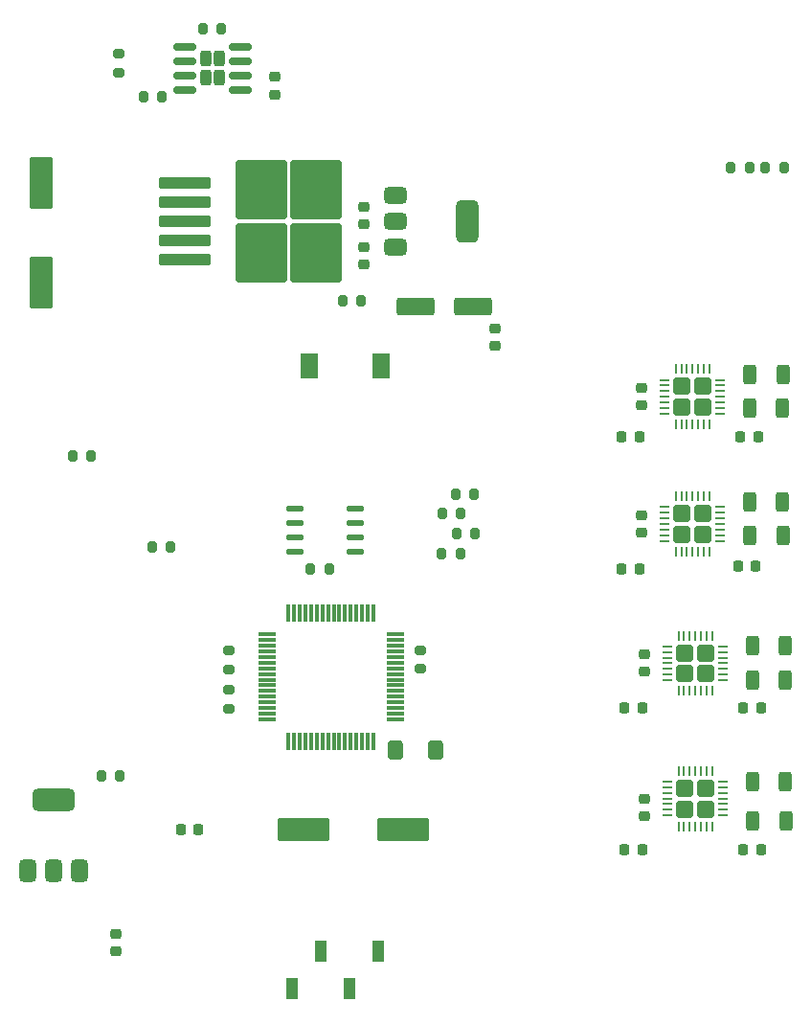
<source format=gbr>
%TF.GenerationSoftware,KiCad,Pcbnew,9.0.2*%
%TF.CreationDate,2025-12-04T18:58:38+01:00*%
%TF.ProjectId,TechStarter,54656368-5374-4617-9274-65722e6b6963,rev?*%
%TF.SameCoordinates,Original*%
%TF.FileFunction,Paste,Top*%
%TF.FilePolarity,Positive*%
%FSLAX46Y46*%
G04 Gerber Fmt 4.6, Leading zero omitted, Abs format (unit mm)*
G04 Created by KiCad (PCBNEW 9.0.2) date 2025-12-04 18:58:38*
%MOMM*%
%LPD*%
G01*
G04 APERTURE LIST*
G04 Aperture macros list*
%AMRoundRect*
0 Rectangle with rounded corners*
0 $1 Rounding radius*
0 $2 $3 $4 $5 $6 $7 $8 $9 X,Y pos of 4 corners*
0 Add a 4 corners polygon primitive as box body*
4,1,4,$2,$3,$4,$5,$6,$7,$8,$9,$2,$3,0*
0 Add four circle primitives for the rounded corners*
1,1,$1+$1,$2,$3*
1,1,$1+$1,$4,$5*
1,1,$1+$1,$6,$7*
1,1,$1+$1,$8,$9*
0 Add four rect primitives between the rounded corners*
20,1,$1+$1,$2,$3,$4,$5,0*
20,1,$1+$1,$4,$5,$6,$7,0*
20,1,$1+$1,$6,$7,$8,$9,0*
20,1,$1+$1,$8,$9,$2,$3,0*%
G04 Aperture macros list end*
%ADD10RoundRect,0.250000X-0.312500X-0.625000X0.312500X-0.625000X0.312500X0.625000X-0.312500X0.625000X0*%
%ADD11RoundRect,0.200000X-0.200000X-0.275000X0.200000X-0.275000X0.200000X0.275000X-0.200000X0.275000X0*%
%ADD12R,1.500000X2.200000*%
%ADD13RoundRect,0.225000X-0.225000X-0.250000X0.225000X-0.250000X0.225000X0.250000X-0.225000X0.250000X0*%
%ADD14RoundRect,0.225000X0.250000X-0.225000X0.250000X0.225000X-0.250000X0.225000X-0.250000X-0.225000X0*%
%ADD15RoundRect,0.375000X0.375000X-0.625000X0.375000X0.625000X-0.375000X0.625000X-0.375000X-0.625000X0*%
%ADD16RoundRect,0.500000X1.400000X-0.500000X1.400000X0.500000X-1.400000X0.500000X-1.400000X-0.500000X0*%
%ADD17RoundRect,0.137500X-0.612500X-0.137500X0.612500X-0.137500X0.612500X0.137500X-0.612500X0.137500X0*%
%ADD18RoundRect,0.250000X-0.255000X-0.440000X0.255000X-0.440000X0.255000X0.440000X-0.255000X0.440000X0*%
%ADD19RoundRect,0.150000X-0.825000X-0.150000X0.825000X-0.150000X0.825000X0.150000X-0.825000X0.150000X0*%
%ADD20RoundRect,0.250001X-0.799999X2.049999X-0.799999X-2.049999X0.799999X-2.049999X0.799999X2.049999X0*%
%ADD21RoundRect,0.200000X-0.275000X0.200000X-0.275000X-0.200000X0.275000X-0.200000X0.275000X0.200000X0*%
%ADD22RoundRect,0.250000X-0.495000X-0.495000X0.495000X-0.495000X0.495000X0.495000X-0.495000X0.495000X0*%
%ADD23RoundRect,0.062500X-0.337500X-0.062500X0.337500X-0.062500X0.337500X0.062500X-0.337500X0.062500X0*%
%ADD24RoundRect,0.062500X-0.062500X-0.337500X0.062500X-0.337500X0.062500X0.337500X-0.062500X0.337500X0*%
%ADD25RoundRect,0.250000X-2.025000X-2.375000X2.025000X-2.375000X2.025000X2.375000X-2.025000X2.375000X0*%
%ADD26RoundRect,0.250000X-2.050000X-0.300000X2.050000X-0.300000X2.050000X0.300000X-2.050000X0.300000X0*%
%ADD27R,1.000000X1.900000*%
%ADD28RoundRect,0.200000X0.275000X-0.200000X0.275000X0.200000X-0.275000X0.200000X-0.275000X-0.200000X0*%
%ADD29RoundRect,0.375000X-0.625000X-0.375000X0.625000X-0.375000X0.625000X0.375000X-0.625000X0.375000X0*%
%ADD30RoundRect,0.500000X-0.500000X-1.400000X0.500000X-1.400000X0.500000X1.400000X-0.500000X1.400000X0*%
%ADD31RoundRect,0.200000X0.200000X0.275000X-0.200000X0.275000X-0.200000X-0.275000X0.200000X-0.275000X0*%
%ADD32RoundRect,0.250001X2.049999X0.799999X-2.049999X0.799999X-2.049999X-0.799999X2.049999X-0.799999X0*%
%ADD33RoundRect,0.075000X-0.700000X-0.075000X0.700000X-0.075000X0.700000X0.075000X-0.700000X0.075000X0*%
%ADD34RoundRect,0.075000X-0.075000X-0.700000X0.075000X-0.700000X0.075000X0.700000X-0.075000X0.700000X0*%
%ADD35RoundRect,0.250000X-1.412500X-0.550000X1.412500X-0.550000X1.412500X0.550000X-1.412500X0.550000X0*%
%ADD36RoundRect,0.250000X0.400000X0.600000X-0.400000X0.600000X-0.400000X-0.600000X0.400000X-0.600000X0*%
%ADD37RoundRect,0.225000X-0.250000X0.225000X-0.250000X-0.225000X0.250000X-0.225000X0.250000X0.225000X0*%
G04 APERTURE END LIST*
D10*
%TO.C,R17*%
X248522500Y-76250000D03*
X251447500Y-76250000D03*
%TD*%
%TO.C,R16*%
X248560000Y-87500000D03*
X251485000Y-87500000D03*
%TD*%
D11*
%TO.C,R21*%
X195675000Y-88500000D03*
X197325000Y-88500000D03*
%TD*%
%TO.C,R19*%
X249925000Y-55000000D03*
X251575000Y-55000000D03*
%TD*%
D12*
%TO.C,L1*%
X209550000Y-72500000D03*
X215950000Y-72500000D03*
%TD*%
D13*
%TO.C,C11*%
X237460000Y-102750000D03*
X239010000Y-102750000D03*
%TD*%
D11*
%TO.C,R9*%
X221300000Y-89075000D03*
X222950000Y-89075000D03*
%TD*%
D14*
%TO.C,C15*%
X239235000Y-112300000D03*
X239235000Y-110750000D03*
%TD*%
D10*
%TO.C,R15*%
X248772500Y-97250000D03*
X251697500Y-97250000D03*
%TD*%
D15*
%TO.C,U11*%
X184700000Y-117150000D03*
X187000000Y-117150000D03*
D16*
X187000000Y-110850000D03*
D15*
X189300000Y-117150000D03*
%TD*%
D17*
%TO.C,U5*%
X208350000Y-85095000D03*
X208350000Y-86365000D03*
X208350000Y-87635000D03*
X208350000Y-88905000D03*
X213650000Y-88905000D03*
X213650000Y-87635000D03*
X213650000Y-86365000D03*
X213650000Y-85095000D03*
%TD*%
D18*
%TO.C,U12*%
X200450000Y-45375000D03*
X200450000Y-47025000D03*
X201650000Y-45375000D03*
X201650000Y-47025000D03*
D19*
X198575000Y-44295000D03*
X198575000Y-45565000D03*
X198575000Y-46835000D03*
X198575000Y-48105000D03*
X203525000Y-48105000D03*
X203525000Y-46835000D03*
X203525000Y-45565000D03*
X203525000Y-44295000D03*
%TD*%
D20*
%TO.C,C7*%
X185875000Y-56350000D03*
X185875000Y-65150000D03*
%TD*%
D13*
%TO.C,C2*%
X237210000Y-78750000D03*
X238760000Y-78750000D03*
%TD*%
D10*
%TO.C,R7*%
X248522500Y-84500000D03*
X251447500Y-84500000D03*
%TD*%
D11*
%TO.C,R6*%
X191175000Y-108750000D03*
X192825000Y-108750000D03*
%TD*%
D13*
%TO.C,C14*%
X247960000Y-102750000D03*
X249510000Y-102750000D03*
%TD*%
%TO.C,C16*%
X247960000Y-115250000D03*
X249510000Y-115250000D03*
%TD*%
D21*
%TO.C,R25*%
X192750000Y-44925000D03*
X192750000Y-46575000D03*
%TD*%
D22*
%TO.C,U8*%
X242810000Y-109825000D03*
X242810000Y-111675000D03*
X244660000Y-109825000D03*
X244660000Y-111675000D03*
D23*
X241285000Y-109250000D03*
X241285000Y-109750000D03*
X241285000Y-110250000D03*
X241285000Y-110750000D03*
X241285000Y-111250000D03*
X241285000Y-111750000D03*
X241285000Y-112250000D03*
D24*
X242235000Y-113200000D03*
X242735000Y-113200000D03*
X243235000Y-113200000D03*
X243735000Y-113200000D03*
X244235000Y-113200000D03*
X244735000Y-113200000D03*
X245235000Y-113200000D03*
D23*
X246185000Y-112250000D03*
X246185000Y-111750000D03*
X246185000Y-111250000D03*
X246185000Y-110750000D03*
X246185000Y-110250000D03*
X246185000Y-109750000D03*
X246185000Y-109250000D03*
D24*
X245235000Y-108300000D03*
X244735000Y-108300000D03*
X244235000Y-108300000D03*
X243735000Y-108300000D03*
X243235000Y-108300000D03*
X242735000Y-108300000D03*
X242235000Y-108300000D03*
%TD*%
D25*
%TO.C,U4*%
X205325000Y-56975000D03*
X205325000Y-62525000D03*
X210175000Y-56975000D03*
X210175000Y-62525000D03*
D26*
X198600000Y-56350000D03*
X198600000Y-58050000D03*
X198600000Y-59750000D03*
X198600000Y-61450000D03*
X198600000Y-63150000D03*
%TD*%
D10*
%TO.C,R8*%
X248560000Y-73250000D03*
X251485000Y-73250000D03*
%TD*%
D13*
%TO.C,C6*%
X247525000Y-90230000D03*
X249075000Y-90230000D03*
%TD*%
D27*
%TO.C,J12*%
X215690000Y-124275000D03*
X213150000Y-127575000D03*
X210610000Y-124275000D03*
X208070000Y-127575000D03*
%TD*%
D28*
%TO.C,R11*%
X202500000Y-102825000D03*
X202500000Y-101175000D03*
%TD*%
D29*
%TO.C,U7*%
X217225000Y-57450000D03*
X217225000Y-59750000D03*
D30*
X223525000Y-59750000D03*
D29*
X217225000Y-62050000D03*
%TD*%
D11*
%TO.C,R18*%
X246850000Y-55000000D03*
X248500000Y-55000000D03*
%TD*%
D31*
%TO.C,R13*%
X196575000Y-48750000D03*
X194925000Y-48750000D03*
%TD*%
D14*
%TO.C,C13*%
X239235000Y-99525000D03*
X239235000Y-97975000D03*
%TD*%
D28*
%TO.C,R2*%
X219450000Y-99300000D03*
X219450000Y-97650000D03*
%TD*%
D32*
%TO.C,C21*%
X217900000Y-113500000D03*
X209100000Y-113500000D03*
%TD*%
D11*
%TO.C,R1*%
X212550000Y-66750000D03*
X214200000Y-66750000D03*
%TD*%
%TO.C,R3*%
X221350000Y-85575000D03*
X223000000Y-85575000D03*
%TD*%
D13*
%TO.C,C5*%
X247710000Y-78750000D03*
X249260000Y-78750000D03*
%TD*%
D14*
%TO.C,C3*%
X238985000Y-76025000D03*
X238985000Y-74475000D03*
%TD*%
D22*
%TO.C,U2*%
X242560000Y-74325000D03*
X242560000Y-76175000D03*
X244410000Y-74325000D03*
X244410000Y-76175000D03*
D23*
X241035000Y-73750000D03*
X241035000Y-74250000D03*
X241035000Y-74750000D03*
X241035000Y-75250000D03*
X241035000Y-75750000D03*
X241035000Y-76250000D03*
X241035000Y-76750000D03*
D24*
X241985000Y-77700000D03*
X242485000Y-77700000D03*
X242985000Y-77700000D03*
X243485000Y-77700000D03*
X243985000Y-77700000D03*
X244485000Y-77700000D03*
X244985000Y-77700000D03*
D23*
X245935000Y-76750000D03*
X245935000Y-76250000D03*
X245935000Y-75750000D03*
X245935000Y-75250000D03*
X245935000Y-74750000D03*
X245935000Y-74250000D03*
X245935000Y-73750000D03*
D24*
X244985000Y-72800000D03*
X244485000Y-72800000D03*
X243985000Y-72800000D03*
X243485000Y-72800000D03*
X242985000Y-72800000D03*
X242485000Y-72800000D03*
X241985000Y-72800000D03*
%TD*%
D22*
%TO.C,U6*%
X242810000Y-97875000D03*
X242810000Y-99725000D03*
X244660000Y-97875000D03*
X244660000Y-99725000D03*
D23*
X241285000Y-97300000D03*
X241285000Y-97800000D03*
X241285000Y-98300000D03*
X241285000Y-98800000D03*
X241285000Y-99300000D03*
X241285000Y-99800000D03*
X241285000Y-100300000D03*
D24*
X242235000Y-101250000D03*
X242735000Y-101250000D03*
X243235000Y-101250000D03*
X243735000Y-101250000D03*
X244235000Y-101250000D03*
X244735000Y-101250000D03*
X245235000Y-101250000D03*
D23*
X246185000Y-100300000D03*
X246185000Y-99800000D03*
X246185000Y-99300000D03*
X246185000Y-98800000D03*
X246185000Y-98300000D03*
X246185000Y-97800000D03*
X246185000Y-97300000D03*
D24*
X245235000Y-96350000D03*
X244735000Y-96350000D03*
X244235000Y-96350000D03*
X243735000Y-96350000D03*
X243235000Y-96350000D03*
X242735000Y-96350000D03*
X242235000Y-96350000D03*
%TD*%
D14*
%TO.C,C9*%
X214375000Y-60025000D03*
X214375000Y-58475000D03*
%TD*%
D11*
%TO.C,R4*%
X222525000Y-83875000D03*
X224175000Y-83875000D03*
%TD*%
D13*
%TO.C,C1*%
X237210000Y-90500000D03*
X238760000Y-90500000D03*
%TD*%
D10*
%TO.C,R22*%
X248810000Y-112750000D03*
X251735000Y-112750000D03*
%TD*%
D11*
%TO.C,R5*%
X209675000Y-90500000D03*
X211325000Y-90500000D03*
%TD*%
D31*
%TO.C,R20*%
X190325000Y-80500000D03*
X188675000Y-80500000D03*
%TD*%
%TO.C,R24*%
X201825000Y-42750000D03*
X200175000Y-42750000D03*
%TD*%
D13*
%TO.C,C17*%
X198225000Y-113500000D03*
X199775000Y-113500000D03*
%TD*%
D10*
%TO.C,R14*%
X248772500Y-109250000D03*
X251697500Y-109250000D03*
%TD*%
D21*
%TO.C,R12*%
X202500000Y-97675000D03*
X202500000Y-99325000D03*
%TD*%
D11*
%TO.C,R10*%
X222625000Y-87300000D03*
X224275000Y-87300000D03*
%TD*%
D33*
%TO.C,U1*%
X205825000Y-96250000D03*
X205825000Y-96750000D03*
X205825000Y-97250000D03*
X205825000Y-97750000D03*
X205825000Y-98250000D03*
X205825000Y-98750000D03*
X205825000Y-99250000D03*
X205825000Y-99750000D03*
X205825000Y-100250000D03*
X205825000Y-100750000D03*
X205825000Y-101250000D03*
X205825000Y-101750000D03*
X205825000Y-102250000D03*
X205825000Y-102750000D03*
X205825000Y-103250000D03*
X205825000Y-103750000D03*
D34*
X207750000Y-105675000D03*
X208250000Y-105675000D03*
X208750000Y-105675000D03*
X209250000Y-105675000D03*
X209750000Y-105675000D03*
X210250000Y-105675000D03*
X210750000Y-105675000D03*
X211250000Y-105675000D03*
X211750000Y-105675000D03*
X212250000Y-105675000D03*
X212750000Y-105675000D03*
X213250000Y-105675000D03*
X213750000Y-105675000D03*
X214250000Y-105675000D03*
X214750000Y-105675000D03*
X215250000Y-105675000D03*
D33*
X217175000Y-103750000D03*
X217175000Y-103250000D03*
X217175000Y-102750000D03*
X217175000Y-102250000D03*
X217175000Y-101750000D03*
X217175000Y-101250000D03*
X217175000Y-100750000D03*
X217175000Y-100250000D03*
X217175000Y-99750000D03*
X217175000Y-99250000D03*
X217175000Y-98750000D03*
X217175000Y-98250000D03*
X217175000Y-97750000D03*
X217175000Y-97250000D03*
X217175000Y-96750000D03*
X217175000Y-96250000D03*
D34*
X215250000Y-94325000D03*
X214750000Y-94325000D03*
X214250000Y-94325000D03*
X213750000Y-94325000D03*
X213250000Y-94325000D03*
X212750000Y-94325000D03*
X212250000Y-94325000D03*
X211750000Y-94325000D03*
X211250000Y-94325000D03*
X210750000Y-94325000D03*
X210250000Y-94325000D03*
X209750000Y-94325000D03*
X209250000Y-94325000D03*
X208750000Y-94325000D03*
X208250000Y-94325000D03*
X207750000Y-94325000D03*
%TD*%
D14*
%TO.C,C10*%
X214375000Y-63525000D03*
X214375000Y-61975000D03*
%TD*%
D10*
%TO.C,R23*%
X248772500Y-100250000D03*
X251697500Y-100250000D03*
%TD*%
D35*
%TO.C,C8*%
X218962500Y-67250000D03*
X224037500Y-67250000D03*
%TD*%
D13*
%TO.C,C12*%
X237460000Y-115250000D03*
X239010000Y-115250000D03*
%TD*%
D14*
%TO.C,C19*%
X226000000Y-70775000D03*
X226000000Y-69225000D03*
%TD*%
%TO.C,C4*%
X238985000Y-87275000D03*
X238985000Y-85725000D03*
%TD*%
D22*
%TO.C,U3*%
X242560000Y-85575000D03*
X242560000Y-87425000D03*
X244410000Y-85575000D03*
X244410000Y-87425000D03*
D23*
X241035000Y-85000000D03*
X241035000Y-85500000D03*
X241035000Y-86000000D03*
X241035000Y-86500000D03*
X241035000Y-87000000D03*
X241035000Y-87500000D03*
X241035000Y-88000000D03*
D24*
X241985000Y-88950000D03*
X242485000Y-88950000D03*
X242985000Y-88950000D03*
X243485000Y-88950000D03*
X243985000Y-88950000D03*
X244485000Y-88950000D03*
X244985000Y-88950000D03*
D23*
X245935000Y-88000000D03*
X245935000Y-87500000D03*
X245935000Y-87000000D03*
X245935000Y-86500000D03*
X245935000Y-86000000D03*
X245935000Y-85500000D03*
X245935000Y-85000000D03*
D24*
X244985000Y-84050000D03*
X244485000Y-84050000D03*
X243985000Y-84050000D03*
X243485000Y-84050000D03*
X242985000Y-84050000D03*
X242485000Y-84050000D03*
X241985000Y-84050000D03*
%TD*%
D36*
%TO.C,D2*%
X220750000Y-106500000D03*
X217250000Y-106500000D03*
%TD*%
D14*
%TO.C,C18*%
X206500000Y-48525000D03*
X206500000Y-46975000D03*
%TD*%
D37*
%TO.C,C20*%
X192500000Y-122725000D03*
X192500000Y-124275000D03*
%TD*%
M02*

</source>
